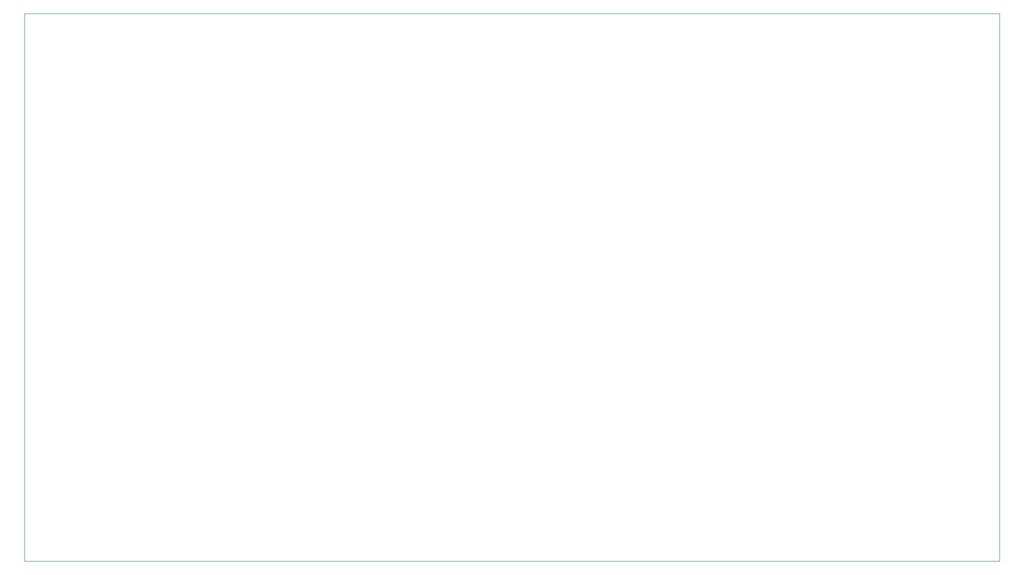
<source format=gm1>
G04 #@! TF.GenerationSoftware,KiCad,Pcbnew,(5.1.9)-1*
G04 #@! TF.CreationDate,2021-06-19T16:16:09+09:00*
G04 #@! TF.ProjectId,_______,b3de8ab7-fceb-4c92-9e6b-696361645f70,rev?*
G04 #@! TF.SameCoordinates,Original*
G04 #@! TF.FileFunction,Profile,NP*
%FSLAX46Y46*%
G04 Gerber Fmt 4.6, Leading zero omitted, Abs format (unit mm)*
G04 Created by KiCad (PCBNEW (5.1.9)-1) date 2021-06-19 16:16:09*
%MOMM*%
%LPD*%
G01*
G04 APERTURE LIST*
G04 #@! TA.AperFunction,Profile*
%ADD10C,0.050000*%
G04 #@! TD*
G04 APERTURE END LIST*
D10*
X67310000Y-38100000D02*
X67310000Y-130810000D01*
X232410000Y-38100000D02*
X67310000Y-38100000D01*
X232410000Y-130810000D02*
X232410000Y-38100000D01*
X67310000Y-130810000D02*
X232410000Y-130810000D01*
M02*

</source>
